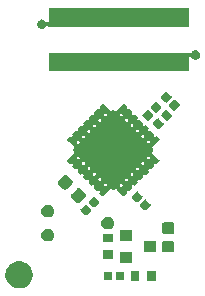
<source format=gbr>
G04 #@! TF.GenerationSoftware,KiCad,Pcbnew,(5.1.2)-2*
G04 #@! TF.CreationDate,2020-01-13T17:58:29+01:00*
G04 #@! TF.ProjectId,ACM-pcb,41434d2d-7063-4622-9e6b-696361645f70,rev?*
G04 #@! TF.SameCoordinates,Original*
G04 #@! TF.FileFunction,Soldermask,Bot*
G04 #@! TF.FilePolarity,Negative*
%FSLAX46Y46*%
G04 Gerber Fmt 4.6, Leading zero omitted, Abs format (unit mm)*
G04 Created by KiCad (PCBNEW (5.1.2)-2) date 2020-01-13 17:58:29*
%MOMM*%
%LPD*%
G04 APERTURE LIST*
%ADD10C,0.100000*%
G04 APERTURE END LIST*
D10*
G36*
X66224549Y-87871116D02*
G01*
X66335734Y-87893232D01*
X66545203Y-87979997D01*
X66733720Y-88105960D01*
X66894040Y-88266280D01*
X67020003Y-88454797D01*
X67106768Y-88664266D01*
X67121429Y-88737971D01*
X67142846Y-88845640D01*
X67151000Y-88886636D01*
X67151000Y-89113364D01*
X67106768Y-89335734D01*
X67020003Y-89545203D01*
X66894040Y-89733720D01*
X66733720Y-89894040D01*
X66545203Y-90020003D01*
X66335734Y-90106768D01*
X66224549Y-90128884D01*
X66113365Y-90151000D01*
X65886635Y-90151000D01*
X65775451Y-90128884D01*
X65664266Y-90106768D01*
X65454797Y-90020003D01*
X65266280Y-89894040D01*
X65105960Y-89733720D01*
X64979997Y-89545203D01*
X64893232Y-89335734D01*
X64849000Y-89113364D01*
X64849000Y-88886636D01*
X64857155Y-88845640D01*
X64878571Y-88737971D01*
X64893232Y-88664266D01*
X64979997Y-88454797D01*
X65105960Y-88266280D01*
X65266280Y-88105960D01*
X65454797Y-87979997D01*
X65664266Y-87893232D01*
X65775451Y-87871116D01*
X65886635Y-87849000D01*
X66113365Y-87849000D01*
X66224549Y-87871116D01*
X66224549Y-87871116D01*
G37*
G36*
X77551000Y-89501000D02*
G01*
X76849000Y-89501000D01*
X76849000Y-88699000D01*
X77551000Y-88699000D01*
X77551000Y-89501000D01*
X77551000Y-89501000D01*
G37*
G36*
X76151000Y-89501000D02*
G01*
X75449000Y-89501000D01*
X75449000Y-88699000D01*
X76151000Y-88699000D01*
X76151000Y-89501000D01*
X76151000Y-89501000D01*
G37*
G36*
X73819938Y-88731716D02*
G01*
X73840557Y-88737971D01*
X73859553Y-88748124D01*
X73876208Y-88761792D01*
X73889876Y-88778447D01*
X73900029Y-88797443D01*
X73906284Y-88818062D01*
X73909000Y-88845640D01*
X73909000Y-89354360D01*
X73906284Y-89381938D01*
X73900029Y-89402557D01*
X73889876Y-89421553D01*
X73876208Y-89438208D01*
X73859553Y-89451876D01*
X73840557Y-89462029D01*
X73819938Y-89468284D01*
X73792360Y-89471000D01*
X73333640Y-89471000D01*
X73306062Y-89468284D01*
X73285443Y-89462029D01*
X73266447Y-89451876D01*
X73249792Y-89438208D01*
X73236124Y-89421553D01*
X73225971Y-89402557D01*
X73219716Y-89381938D01*
X73217000Y-89354360D01*
X73217000Y-88845640D01*
X73219716Y-88818062D01*
X73225971Y-88797443D01*
X73236124Y-88778447D01*
X73249792Y-88761792D01*
X73266447Y-88748124D01*
X73285443Y-88737971D01*
X73306062Y-88731716D01*
X73333640Y-88729000D01*
X73792360Y-88729000D01*
X73819938Y-88731716D01*
X73819938Y-88731716D01*
G37*
G36*
X74789938Y-88731716D02*
G01*
X74810557Y-88737971D01*
X74829553Y-88748124D01*
X74846208Y-88761792D01*
X74859876Y-88778447D01*
X74870029Y-88797443D01*
X74876284Y-88818062D01*
X74879000Y-88845640D01*
X74879000Y-89354360D01*
X74876284Y-89381938D01*
X74870029Y-89402557D01*
X74859876Y-89421553D01*
X74846208Y-89438208D01*
X74829553Y-89451876D01*
X74810557Y-89462029D01*
X74789938Y-89468284D01*
X74762360Y-89471000D01*
X74303640Y-89471000D01*
X74276062Y-89468284D01*
X74255443Y-89462029D01*
X74236447Y-89451876D01*
X74219792Y-89438208D01*
X74206124Y-89421553D01*
X74195971Y-89402557D01*
X74189716Y-89381938D01*
X74187000Y-89354360D01*
X74187000Y-88845640D01*
X74189716Y-88818062D01*
X74195971Y-88797443D01*
X74206124Y-88778447D01*
X74219792Y-88761792D01*
X74236447Y-88748124D01*
X74255443Y-88737971D01*
X74276062Y-88731716D01*
X74303640Y-88729000D01*
X74762360Y-88729000D01*
X74789938Y-88731716D01*
X74789938Y-88731716D01*
G37*
G36*
X75581000Y-88001000D02*
G01*
X74579000Y-88001000D01*
X74579000Y-87099000D01*
X75581000Y-87099000D01*
X75581000Y-88001000D01*
X75581000Y-88001000D01*
G37*
G36*
X73941000Y-87625000D02*
G01*
X73139000Y-87625000D01*
X73139000Y-86923000D01*
X73941000Y-86923000D01*
X73941000Y-87625000D01*
X73941000Y-87625000D01*
G37*
G36*
X78999591Y-86140585D02*
G01*
X79033569Y-86150893D01*
X79064890Y-86167634D01*
X79092339Y-86190161D01*
X79114866Y-86217610D01*
X79131607Y-86248931D01*
X79141915Y-86282909D01*
X79146000Y-86324390D01*
X79146000Y-86925610D01*
X79141915Y-86967091D01*
X79131607Y-87001069D01*
X79114866Y-87032390D01*
X79092339Y-87059839D01*
X79064890Y-87082366D01*
X79033569Y-87099107D01*
X78999591Y-87109415D01*
X78958110Y-87113500D01*
X78281890Y-87113500D01*
X78240409Y-87109415D01*
X78206431Y-87099107D01*
X78175110Y-87082366D01*
X78147661Y-87059839D01*
X78125134Y-87032390D01*
X78108393Y-87001069D01*
X78098085Y-86967091D01*
X78094000Y-86925610D01*
X78094000Y-86324390D01*
X78098085Y-86282909D01*
X78108393Y-86248931D01*
X78125134Y-86217610D01*
X78147661Y-86190161D01*
X78175110Y-86167634D01*
X78206431Y-86150893D01*
X78240409Y-86140585D01*
X78281890Y-86136500D01*
X78958110Y-86136500D01*
X78999591Y-86140585D01*
X78999591Y-86140585D01*
G37*
G36*
X77581000Y-87051000D02*
G01*
X76579000Y-87051000D01*
X76579000Y-86149000D01*
X77581000Y-86149000D01*
X77581000Y-87051000D01*
X77581000Y-87051000D01*
G37*
G36*
X73941000Y-86225000D02*
G01*
X73139000Y-86225000D01*
X73139000Y-85523000D01*
X73941000Y-85523000D01*
X73941000Y-86225000D01*
X73941000Y-86225000D01*
G37*
G36*
X68526578Y-85100197D02*
G01*
X68579350Y-85110694D01*
X68678770Y-85151875D01*
X68768246Y-85211661D01*
X68844339Y-85287754D01*
X68904125Y-85377230D01*
X68945306Y-85476650D01*
X68966300Y-85582194D01*
X68966300Y-85689806D01*
X68945306Y-85795350D01*
X68904125Y-85894770D01*
X68844339Y-85984246D01*
X68768246Y-86060339D01*
X68678770Y-86120125D01*
X68579350Y-86161306D01*
X68547537Y-86167634D01*
X68473807Y-86182300D01*
X68366193Y-86182300D01*
X68292463Y-86167634D01*
X68260650Y-86161306D01*
X68161230Y-86120125D01*
X68071754Y-86060339D01*
X67995661Y-85984246D01*
X67935875Y-85894770D01*
X67894694Y-85795350D01*
X67873700Y-85689806D01*
X67873700Y-85582194D01*
X67894694Y-85476650D01*
X67935875Y-85377230D01*
X67995661Y-85287754D01*
X68071754Y-85211661D01*
X68161230Y-85151875D01*
X68260650Y-85110694D01*
X68313422Y-85100197D01*
X68366193Y-85089700D01*
X68473807Y-85089700D01*
X68526578Y-85100197D01*
X68526578Y-85100197D01*
G37*
G36*
X75581000Y-86101000D02*
G01*
X74579000Y-86101000D01*
X74579000Y-85199000D01*
X75581000Y-85199000D01*
X75581000Y-86101000D01*
X75581000Y-86101000D01*
G37*
G36*
X78999591Y-84565585D02*
G01*
X79033569Y-84575893D01*
X79064890Y-84592634D01*
X79092339Y-84615161D01*
X79114866Y-84642610D01*
X79131607Y-84673931D01*
X79141915Y-84707909D01*
X79146000Y-84749390D01*
X79146000Y-85350610D01*
X79141915Y-85392091D01*
X79131607Y-85426069D01*
X79114866Y-85457390D01*
X79092339Y-85484839D01*
X79064890Y-85507366D01*
X79033569Y-85524107D01*
X78999591Y-85534415D01*
X78958110Y-85538500D01*
X78281890Y-85538500D01*
X78240409Y-85534415D01*
X78206431Y-85524107D01*
X78175110Y-85507366D01*
X78147661Y-85484839D01*
X78125134Y-85457390D01*
X78108393Y-85426069D01*
X78098085Y-85392091D01*
X78094000Y-85350610D01*
X78094000Y-84749390D01*
X78098085Y-84707909D01*
X78108393Y-84673931D01*
X78125134Y-84642610D01*
X78147661Y-84615161D01*
X78175110Y-84592634D01*
X78206431Y-84575893D01*
X78240409Y-84565585D01*
X78281890Y-84561500D01*
X78958110Y-84561500D01*
X78999591Y-84565585D01*
X78999591Y-84565585D01*
G37*
G36*
X73606578Y-84084197D02*
G01*
X73659350Y-84094694D01*
X73758770Y-84135875D01*
X73848246Y-84195661D01*
X73924339Y-84271754D01*
X73984125Y-84361230D01*
X74025306Y-84460650D01*
X74025306Y-84460651D01*
X74046300Y-84566193D01*
X74046300Y-84673807D01*
X74038647Y-84712280D01*
X74025306Y-84779350D01*
X73984125Y-84878770D01*
X73924339Y-84968246D01*
X73848246Y-85044339D01*
X73758770Y-85104125D01*
X73659350Y-85145306D01*
X73626325Y-85151875D01*
X73553807Y-85166300D01*
X73446193Y-85166300D01*
X73373675Y-85151875D01*
X73340650Y-85145306D01*
X73241230Y-85104125D01*
X73151754Y-85044339D01*
X73075661Y-84968246D01*
X73015875Y-84878770D01*
X72974694Y-84779350D01*
X72961353Y-84712280D01*
X72953700Y-84673807D01*
X72953700Y-84566193D01*
X72974694Y-84460651D01*
X72974694Y-84460650D01*
X73015875Y-84361230D01*
X73075661Y-84271754D01*
X73151754Y-84195661D01*
X73241230Y-84135875D01*
X73340650Y-84094694D01*
X73393422Y-84084197D01*
X73446193Y-84073700D01*
X73553807Y-84073700D01*
X73606578Y-84084197D01*
X73606578Y-84084197D01*
G37*
G36*
X68526578Y-83068197D02*
G01*
X68579350Y-83078694D01*
X68678770Y-83119875D01*
X68768246Y-83179661D01*
X68844339Y-83255754D01*
X68904125Y-83345230D01*
X68932111Y-83412795D01*
X68945306Y-83444651D01*
X68963741Y-83537326D01*
X68966300Y-83550194D01*
X68966300Y-83657806D01*
X68945306Y-83763350D01*
X68904125Y-83862770D01*
X68844339Y-83952246D01*
X68768246Y-84028339D01*
X68678770Y-84088125D01*
X68579350Y-84129306D01*
X68546325Y-84135875D01*
X68473807Y-84150300D01*
X68366193Y-84150300D01*
X68293675Y-84135875D01*
X68260650Y-84129306D01*
X68161230Y-84088125D01*
X68071754Y-84028339D01*
X67995661Y-83952246D01*
X67935875Y-83862770D01*
X67894694Y-83763350D01*
X67873700Y-83657806D01*
X67873700Y-83550194D01*
X67876260Y-83537326D01*
X67894694Y-83444651D01*
X67907889Y-83412795D01*
X67935875Y-83345230D01*
X67995661Y-83255754D01*
X68071754Y-83179661D01*
X68161230Y-83119875D01*
X68260650Y-83078694D01*
X68313422Y-83068197D01*
X68366193Y-83057700D01*
X68473807Y-83057700D01*
X68526578Y-83068197D01*
X68526578Y-83068197D01*
G37*
G36*
X71660813Y-83054438D02*
G01*
X71681432Y-83060693D01*
X71700428Y-83070846D01*
X71721849Y-83088426D01*
X72081574Y-83448151D01*
X72099154Y-83469572D01*
X72109307Y-83488568D01*
X72115562Y-83509187D01*
X72117673Y-83530625D01*
X72115562Y-83552063D01*
X72109307Y-83572682D01*
X72099154Y-83591678D01*
X72081574Y-83613099D01*
X71757205Y-83937468D01*
X71735784Y-83955048D01*
X71716788Y-83965201D01*
X71696169Y-83971456D01*
X71674731Y-83973567D01*
X71653293Y-83971456D01*
X71632674Y-83965201D01*
X71613678Y-83955048D01*
X71592257Y-83937468D01*
X71232532Y-83577743D01*
X71214952Y-83556322D01*
X71204799Y-83537326D01*
X71198544Y-83516707D01*
X71196433Y-83495269D01*
X71198544Y-83473831D01*
X71204799Y-83453212D01*
X71214952Y-83434216D01*
X71232532Y-83412795D01*
X71556901Y-83088426D01*
X71578322Y-83070846D01*
X71597318Y-83060693D01*
X71617937Y-83054438D01*
X71639375Y-83052327D01*
X71660813Y-83054438D01*
X71660813Y-83054438D01*
G37*
G36*
X76725010Y-82627385D02*
G01*
X76745629Y-82633640D01*
X76764625Y-82643793D01*
X76786046Y-82661373D01*
X77110415Y-82985742D01*
X77127995Y-83007163D01*
X77138148Y-83026159D01*
X77144403Y-83046778D01*
X77146514Y-83068216D01*
X77144403Y-83089654D01*
X77138148Y-83110273D01*
X77127995Y-83129269D01*
X77110415Y-83150690D01*
X76750690Y-83510415D01*
X76729269Y-83527995D01*
X76710273Y-83538148D01*
X76689654Y-83544403D01*
X76668216Y-83546514D01*
X76646778Y-83544403D01*
X76626159Y-83538148D01*
X76607163Y-83527995D01*
X76585742Y-83510415D01*
X76261373Y-83186046D01*
X76243793Y-83164625D01*
X76233640Y-83145629D01*
X76227385Y-83125010D01*
X76225274Y-83103572D01*
X76227385Y-83082134D01*
X76233640Y-83061515D01*
X76243793Y-83042519D01*
X76261373Y-83021098D01*
X76621098Y-82661373D01*
X76642519Y-82643793D01*
X76661515Y-82633640D01*
X76682134Y-82627385D01*
X76703572Y-82625274D01*
X76725010Y-82627385D01*
X76725010Y-82627385D01*
G37*
G36*
X72346707Y-82368544D02*
G01*
X72367326Y-82374799D01*
X72386322Y-82384952D01*
X72407743Y-82402532D01*
X72767468Y-82762257D01*
X72785048Y-82783678D01*
X72795201Y-82802674D01*
X72801456Y-82823293D01*
X72803567Y-82844731D01*
X72801456Y-82866169D01*
X72795201Y-82886788D01*
X72785048Y-82905784D01*
X72767468Y-82927205D01*
X72443099Y-83251574D01*
X72421678Y-83269154D01*
X72402682Y-83279307D01*
X72382063Y-83285562D01*
X72360625Y-83287673D01*
X72339187Y-83285562D01*
X72318568Y-83279307D01*
X72299572Y-83269154D01*
X72278151Y-83251574D01*
X71918426Y-82891849D01*
X71900846Y-82870428D01*
X71890693Y-82851432D01*
X71884438Y-82830813D01*
X71882327Y-82809375D01*
X71884438Y-82787937D01*
X71890693Y-82767318D01*
X71900846Y-82748322D01*
X71918426Y-82726901D01*
X72242795Y-82402532D01*
X72264216Y-82384952D01*
X72283212Y-82374799D01*
X72303831Y-82368544D01*
X72325269Y-82366433D01*
X72346707Y-82368544D01*
X72346707Y-82368544D01*
G37*
G36*
X71078705Y-81638855D02*
G01*
X71112683Y-81649163D01*
X71144004Y-81665904D01*
X71176218Y-81692342D01*
X71216069Y-81732193D01*
X71216075Y-81732198D01*
X71561496Y-82077619D01*
X71561501Y-82077625D01*
X71601352Y-82117476D01*
X71627790Y-82149690D01*
X71644531Y-82181011D01*
X71654839Y-82214989D01*
X71658319Y-82250330D01*
X71654839Y-82285671D01*
X71644531Y-82319649D01*
X71627790Y-82350970D01*
X71601352Y-82383184D01*
X71561501Y-82423035D01*
X71561496Y-82423041D01*
X71163041Y-82821496D01*
X71163035Y-82821501D01*
X71123184Y-82861352D01*
X71090970Y-82887790D01*
X71059649Y-82904531D01*
X71025671Y-82914839D01*
X70990330Y-82918319D01*
X70954989Y-82914839D01*
X70921011Y-82904531D01*
X70889690Y-82887790D01*
X70857476Y-82861352D01*
X70817625Y-82821501D01*
X70817619Y-82821496D01*
X70472198Y-82476075D01*
X70472193Y-82476069D01*
X70432342Y-82436218D01*
X70405904Y-82404004D01*
X70389163Y-82372683D01*
X70378855Y-82338705D01*
X70375375Y-82303364D01*
X70378855Y-82268023D01*
X70389163Y-82234045D01*
X70405904Y-82202724D01*
X70432342Y-82170510D01*
X70472193Y-82130659D01*
X70472198Y-82130653D01*
X70870653Y-81732198D01*
X70870659Y-81732193D01*
X70910510Y-81692342D01*
X70942724Y-81665904D01*
X70974045Y-81649163D01*
X71008023Y-81638855D01*
X71043364Y-81635375D01*
X71078705Y-81638855D01*
X71078705Y-81638855D01*
G37*
G36*
X76039116Y-81941491D02*
G01*
X76059735Y-81947746D01*
X76078731Y-81957899D01*
X76100152Y-81975479D01*
X76424521Y-82299848D01*
X76442101Y-82321269D01*
X76452254Y-82340265D01*
X76458509Y-82360884D01*
X76460620Y-82382322D01*
X76458509Y-82403760D01*
X76452254Y-82424379D01*
X76442101Y-82443375D01*
X76424521Y-82464796D01*
X76064796Y-82824521D01*
X76043375Y-82842101D01*
X76024379Y-82852254D01*
X76003760Y-82858509D01*
X75982322Y-82860620D01*
X75960884Y-82858509D01*
X75940265Y-82852254D01*
X75921269Y-82842101D01*
X75899848Y-82824521D01*
X75575479Y-82500152D01*
X75557899Y-82478731D01*
X75547746Y-82459735D01*
X75541491Y-82439116D01*
X75539380Y-82417678D01*
X75541491Y-82396240D01*
X75547746Y-82375621D01*
X75557899Y-82356625D01*
X75575479Y-82335204D01*
X75935204Y-81975479D01*
X75956625Y-81957899D01*
X75975621Y-81947746D01*
X75996240Y-81941491D01*
X76017678Y-81939380D01*
X76039116Y-81941491D01*
X76039116Y-81941491D01*
G37*
G36*
X74876856Y-74513528D02*
G01*
X74883871Y-74515656D01*
X74890337Y-74519113D01*
X74900771Y-74527675D01*
X75122608Y-74749512D01*
X75131170Y-74759946D01*
X75134627Y-74766412D01*
X75136755Y-74773427D01*
X75137473Y-74780722D01*
X75136755Y-74788017D01*
X75134627Y-74795032D01*
X75131170Y-74801499D01*
X75125175Y-74808804D01*
X75111562Y-74829179D01*
X75102185Y-74851818D01*
X75097405Y-74875851D01*
X75097405Y-74900355D01*
X75102186Y-74924388D01*
X75111564Y-74947027D01*
X75125178Y-74967401D01*
X75142505Y-74984728D01*
X75162880Y-74998341D01*
X75185519Y-75007718D01*
X75209552Y-75012498D01*
X75234056Y-75012498D01*
X75258089Y-75007717D01*
X75280728Y-74998339D01*
X75301099Y-74984728D01*
X75308404Y-74978733D01*
X75314871Y-74975276D01*
X75321886Y-74973148D01*
X75329181Y-74972430D01*
X75336476Y-74973148D01*
X75343491Y-74975276D01*
X75349957Y-74978733D01*
X75360391Y-74987295D01*
X75582228Y-75209132D01*
X75590790Y-75219566D01*
X75594247Y-75226032D01*
X75596375Y-75233047D01*
X75597093Y-75240342D01*
X75596375Y-75247637D01*
X75594247Y-75254652D01*
X75590790Y-75261118D01*
X75584799Y-75268419D01*
X75571186Y-75288793D01*
X75561809Y-75311432D01*
X75557029Y-75335466D01*
X75557029Y-75359970D01*
X75561810Y-75384003D01*
X75571187Y-75406642D01*
X75584801Y-75427016D01*
X75602129Y-75444343D01*
X75622503Y-75457956D01*
X75645142Y-75467333D01*
X75669176Y-75472113D01*
X75693680Y-75472113D01*
X75717713Y-75467332D01*
X75740352Y-75457955D01*
X75760723Y-75444343D01*
X75768024Y-75438352D01*
X75774490Y-75434895D01*
X75781505Y-75432767D01*
X75788800Y-75432049D01*
X75796095Y-75432767D01*
X75803110Y-75434895D01*
X75809576Y-75438352D01*
X75820010Y-75446914D01*
X76041847Y-75668751D01*
X76050409Y-75679185D01*
X76053866Y-75685651D01*
X76055994Y-75692666D01*
X76056712Y-75699961D01*
X76055994Y-75707256D01*
X76053866Y-75714271D01*
X76050411Y-75720734D01*
X76044417Y-75728038D01*
X76030804Y-75748413D01*
X76021426Y-75771052D01*
X76016646Y-75795085D01*
X76016646Y-75819589D01*
X76021426Y-75843622D01*
X76030804Y-75866261D01*
X76044417Y-75886636D01*
X76061744Y-75903963D01*
X76082119Y-75917576D01*
X76104758Y-75926954D01*
X76128791Y-75931734D01*
X76153295Y-75931734D01*
X76177328Y-75926954D01*
X76199967Y-75917576D01*
X76220339Y-75903965D01*
X76227643Y-75897971D01*
X76234110Y-75894514D01*
X76241125Y-75892386D01*
X76248420Y-75891668D01*
X76255715Y-75892386D01*
X76262730Y-75894514D01*
X76269196Y-75897971D01*
X76279630Y-75906533D01*
X76501467Y-76128370D01*
X76510029Y-76138804D01*
X76513486Y-76145270D01*
X76515614Y-76152285D01*
X76516332Y-76159580D01*
X76515614Y-76166875D01*
X76513486Y-76173890D01*
X76510029Y-76180357D01*
X76504035Y-76187661D01*
X76490422Y-76208036D01*
X76481045Y-76230675D01*
X76476266Y-76254709D01*
X76476266Y-76279213D01*
X76481047Y-76303246D01*
X76490425Y-76325884D01*
X76504040Y-76346258D01*
X76521367Y-76363585D01*
X76541742Y-76377198D01*
X76564381Y-76386575D01*
X76588415Y-76391354D01*
X76612919Y-76391354D01*
X76636952Y-76386573D01*
X76659590Y-76377195D01*
X76679962Y-76363583D01*
X76687266Y-76357589D01*
X76693729Y-76354134D01*
X76700744Y-76352006D01*
X76708039Y-76351288D01*
X76715334Y-76352006D01*
X76722349Y-76354134D01*
X76728815Y-76357591D01*
X76739249Y-76366153D01*
X76961086Y-76587990D01*
X76969648Y-76598424D01*
X76973105Y-76604890D01*
X76975233Y-76611905D01*
X76975951Y-76619200D01*
X76975233Y-76626495D01*
X76973105Y-76633510D01*
X76969648Y-76639976D01*
X76963657Y-76647277D01*
X76950044Y-76667651D01*
X76940667Y-76690290D01*
X76935887Y-76714324D01*
X76935887Y-76738828D01*
X76940668Y-76762861D01*
X76950045Y-76785500D01*
X76963659Y-76805874D01*
X76980987Y-76823201D01*
X77001361Y-76836814D01*
X77024000Y-76846191D01*
X77048034Y-76850971D01*
X77072538Y-76850971D01*
X77096571Y-76846190D01*
X77119210Y-76836813D01*
X77139581Y-76823201D01*
X77146882Y-76817210D01*
X77153348Y-76813753D01*
X77160363Y-76811625D01*
X77167658Y-76810907D01*
X77174953Y-76811625D01*
X77181968Y-76813753D01*
X77188434Y-76817210D01*
X77198868Y-76825772D01*
X77420705Y-77047609D01*
X77429267Y-77058043D01*
X77432724Y-77064509D01*
X77434852Y-77071524D01*
X77435570Y-77078819D01*
X77434852Y-77086114D01*
X77432724Y-77093129D01*
X77429267Y-77099596D01*
X77423272Y-77106901D01*
X77409659Y-77127276D01*
X77400282Y-77149915D01*
X77395502Y-77173948D01*
X77395502Y-77198452D01*
X77400283Y-77222485D01*
X77409661Y-77245124D01*
X77423275Y-77265498D01*
X77440602Y-77282825D01*
X77460977Y-77296438D01*
X77483616Y-77305815D01*
X77507649Y-77310595D01*
X77532153Y-77310595D01*
X77556186Y-77305814D01*
X77578825Y-77296436D01*
X77599196Y-77282825D01*
X77606501Y-77276830D01*
X77612968Y-77273373D01*
X77619983Y-77271245D01*
X77627278Y-77270527D01*
X77634573Y-77271245D01*
X77641588Y-77273373D01*
X77648054Y-77276830D01*
X77658488Y-77285392D01*
X77880325Y-77507229D01*
X77888887Y-77517663D01*
X77892344Y-77524129D01*
X77894472Y-77531144D01*
X77895190Y-77538439D01*
X77894472Y-77545734D01*
X77892344Y-77552749D01*
X77888887Y-77559215D01*
X77880325Y-77569649D01*
X77322611Y-78127363D01*
X77318821Y-78130473D01*
X77301493Y-78147799D01*
X77287879Y-78168172D01*
X77278500Y-78190811D01*
X77273719Y-78214844D01*
X77273717Y-78239348D01*
X77278497Y-78263381D01*
X77287873Y-78286021D01*
X77301486Y-78306396D01*
X77309727Y-78315490D01*
X77328547Y-78334310D01*
X77350208Y-78360704D01*
X77363398Y-78385381D01*
X77371520Y-78412155D01*
X77374262Y-78440000D01*
X77371520Y-78467845D01*
X77363398Y-78494619D01*
X77350208Y-78519296D01*
X77328547Y-78545690D01*
X77309727Y-78564510D01*
X77294182Y-78583452D01*
X77282631Y-78605063D01*
X77275518Y-78628512D01*
X77273116Y-78652898D01*
X77275518Y-78677284D01*
X77282631Y-78700733D01*
X77294182Y-78722344D01*
X77309727Y-78741286D01*
X77318821Y-78749527D01*
X77322611Y-78752637D01*
X77880325Y-79310351D01*
X77888887Y-79320785D01*
X77892344Y-79327251D01*
X77894472Y-79334266D01*
X77895190Y-79341561D01*
X77894472Y-79348856D01*
X77892344Y-79355871D01*
X77888887Y-79362337D01*
X77880325Y-79372771D01*
X77658488Y-79594608D01*
X77648054Y-79603170D01*
X77641588Y-79606627D01*
X77634573Y-79608755D01*
X77627278Y-79609473D01*
X77619983Y-79608755D01*
X77612968Y-79606627D01*
X77606501Y-79603170D01*
X77599196Y-79597175D01*
X77578821Y-79583562D01*
X77556182Y-79574185D01*
X77532149Y-79569405D01*
X77507645Y-79569405D01*
X77483612Y-79574186D01*
X77460973Y-79583564D01*
X77440599Y-79597178D01*
X77423272Y-79614505D01*
X77409659Y-79634880D01*
X77400282Y-79657519D01*
X77395502Y-79681552D01*
X77395502Y-79706056D01*
X77400283Y-79730089D01*
X77409661Y-79752728D01*
X77423272Y-79773099D01*
X77429267Y-79780404D01*
X77432724Y-79786871D01*
X77434852Y-79793886D01*
X77435570Y-79801181D01*
X77434852Y-79808476D01*
X77432724Y-79815491D01*
X77429267Y-79821957D01*
X77420705Y-79832391D01*
X77198868Y-80054228D01*
X77188434Y-80062790D01*
X77181968Y-80066247D01*
X77174953Y-80068375D01*
X77167658Y-80069093D01*
X77160363Y-80068375D01*
X77153348Y-80066247D01*
X77146882Y-80062790D01*
X77139581Y-80056799D01*
X77119207Y-80043186D01*
X77096568Y-80033809D01*
X77072534Y-80029029D01*
X77048030Y-80029029D01*
X77023997Y-80033810D01*
X77001358Y-80043187D01*
X76980984Y-80056801D01*
X76963657Y-80074129D01*
X76950044Y-80094503D01*
X76940667Y-80117142D01*
X76935887Y-80141176D01*
X76935887Y-80165680D01*
X76940668Y-80189713D01*
X76950045Y-80212352D01*
X76963657Y-80232723D01*
X76969648Y-80240024D01*
X76973105Y-80246490D01*
X76975233Y-80253505D01*
X76975951Y-80260800D01*
X76975233Y-80268095D01*
X76973105Y-80275110D01*
X76969648Y-80281576D01*
X76961086Y-80292010D01*
X76739249Y-80513847D01*
X76728815Y-80522409D01*
X76722349Y-80525866D01*
X76715334Y-80527994D01*
X76708039Y-80528712D01*
X76700744Y-80527994D01*
X76693729Y-80525866D01*
X76687266Y-80522411D01*
X76679962Y-80516417D01*
X76659587Y-80502804D01*
X76636948Y-80493426D01*
X76612915Y-80488646D01*
X76588411Y-80488646D01*
X76564378Y-80493426D01*
X76541739Y-80502804D01*
X76521364Y-80516417D01*
X76504037Y-80533744D01*
X76490424Y-80554119D01*
X76481046Y-80576758D01*
X76476266Y-80600791D01*
X76476266Y-80625295D01*
X76481046Y-80649328D01*
X76490424Y-80671967D01*
X76504035Y-80692339D01*
X76510029Y-80699643D01*
X76513486Y-80706110D01*
X76515614Y-80713125D01*
X76516332Y-80720420D01*
X76515614Y-80727715D01*
X76513486Y-80734730D01*
X76510029Y-80741196D01*
X76501467Y-80751630D01*
X76279630Y-80973467D01*
X76269196Y-80982029D01*
X76262730Y-80985486D01*
X76255715Y-80987614D01*
X76248420Y-80988332D01*
X76241125Y-80987614D01*
X76234110Y-80985486D01*
X76227643Y-80982029D01*
X76220339Y-80976035D01*
X76199964Y-80962422D01*
X76177325Y-80953045D01*
X76153291Y-80948266D01*
X76128787Y-80948266D01*
X76104754Y-80953047D01*
X76082116Y-80962425D01*
X76061742Y-80976040D01*
X76044415Y-80993367D01*
X76030802Y-81013742D01*
X76021425Y-81036381D01*
X76016646Y-81060415D01*
X76016646Y-81084919D01*
X76021427Y-81108952D01*
X76030805Y-81131590D01*
X76044417Y-81151962D01*
X76050411Y-81159266D01*
X76053866Y-81165729D01*
X76055994Y-81172744D01*
X76056712Y-81180039D01*
X76055994Y-81187334D01*
X76053866Y-81194349D01*
X76050409Y-81200815D01*
X76041847Y-81211249D01*
X75820010Y-81433086D01*
X75809576Y-81441648D01*
X75803110Y-81445105D01*
X75796095Y-81447233D01*
X75788800Y-81447951D01*
X75781505Y-81447233D01*
X75774490Y-81445105D01*
X75768024Y-81441648D01*
X75760723Y-81435657D01*
X75740349Y-81422044D01*
X75717710Y-81412667D01*
X75693676Y-81407887D01*
X75669172Y-81407887D01*
X75645139Y-81412668D01*
X75622500Y-81422045D01*
X75602126Y-81435659D01*
X75584799Y-81452987D01*
X75571186Y-81473361D01*
X75561809Y-81496000D01*
X75557029Y-81520034D01*
X75557029Y-81544538D01*
X75561810Y-81568571D01*
X75571187Y-81591210D01*
X75584799Y-81611581D01*
X75590790Y-81618882D01*
X75594247Y-81625348D01*
X75596375Y-81632363D01*
X75597093Y-81639658D01*
X75596375Y-81646953D01*
X75594247Y-81653968D01*
X75590790Y-81660434D01*
X75582228Y-81670868D01*
X75360391Y-81892705D01*
X75349957Y-81901267D01*
X75343491Y-81904724D01*
X75336476Y-81906852D01*
X75329181Y-81907570D01*
X75321886Y-81906852D01*
X75314871Y-81904724D01*
X75308404Y-81901267D01*
X75301099Y-81895272D01*
X75280724Y-81881659D01*
X75258085Y-81872282D01*
X75234052Y-81867502D01*
X75209548Y-81867502D01*
X75185515Y-81872283D01*
X75162876Y-81881661D01*
X75142502Y-81895275D01*
X75125175Y-81912602D01*
X75111562Y-81932977D01*
X75102185Y-81955616D01*
X75097405Y-81979649D01*
X75097405Y-82004153D01*
X75102186Y-82028186D01*
X75111564Y-82050825D01*
X75125175Y-82071196D01*
X75131170Y-82078501D01*
X75134627Y-82084968D01*
X75136755Y-82091983D01*
X75137473Y-82099278D01*
X75136755Y-82106573D01*
X75134627Y-82113588D01*
X75131170Y-82120054D01*
X75122608Y-82130488D01*
X74900771Y-82352325D01*
X74890337Y-82360887D01*
X74883871Y-82364344D01*
X74876856Y-82366472D01*
X74869561Y-82367190D01*
X74862266Y-82366472D01*
X74855251Y-82364344D01*
X74848785Y-82360887D01*
X74838351Y-82352325D01*
X74280637Y-81794611D01*
X74277527Y-81790821D01*
X74260201Y-81773493D01*
X74239828Y-81759879D01*
X74217189Y-81750500D01*
X74193156Y-81745719D01*
X74168652Y-81745717D01*
X74144619Y-81750497D01*
X74121979Y-81759873D01*
X74101604Y-81773486D01*
X74092510Y-81781727D01*
X74073690Y-81800547D01*
X74047296Y-81822208D01*
X74022619Y-81835398D01*
X73995845Y-81843520D01*
X73968000Y-81846262D01*
X73940155Y-81843520D01*
X73913381Y-81835398D01*
X73888704Y-81822208D01*
X73862310Y-81800547D01*
X73843490Y-81781727D01*
X73824548Y-81766182D01*
X73802937Y-81754631D01*
X73779488Y-81747518D01*
X73755102Y-81745116D01*
X73730716Y-81747518D01*
X73707267Y-81754631D01*
X73685656Y-81766182D01*
X73666714Y-81781727D01*
X73658473Y-81790821D01*
X73655363Y-81794611D01*
X73097649Y-82352325D01*
X73087215Y-82360887D01*
X73080749Y-82364344D01*
X73073734Y-82366472D01*
X73066439Y-82367190D01*
X73059144Y-82366472D01*
X73052129Y-82364344D01*
X73045663Y-82360887D01*
X73035229Y-82352325D01*
X72813392Y-82130488D01*
X72804830Y-82120054D01*
X72801373Y-82113588D01*
X72799245Y-82106573D01*
X72798527Y-82099278D01*
X72799245Y-82091983D01*
X72801373Y-82084968D01*
X72804830Y-82078501D01*
X72810825Y-82071196D01*
X72824438Y-82050821D01*
X72833815Y-82028182D01*
X72838595Y-82004149D01*
X72838595Y-81979645D01*
X72833814Y-81955612D01*
X72824436Y-81932973D01*
X72810822Y-81912599D01*
X72793495Y-81895272D01*
X72773120Y-81881659D01*
X72750481Y-81872282D01*
X72726448Y-81867502D01*
X72701944Y-81867502D01*
X72677911Y-81872283D01*
X72655272Y-81881661D01*
X72634901Y-81895272D01*
X72627596Y-81901267D01*
X72621129Y-81904724D01*
X72614114Y-81906852D01*
X72606819Y-81907570D01*
X72599524Y-81906852D01*
X72592509Y-81904724D01*
X72586043Y-81901267D01*
X72575609Y-81892705D01*
X72353772Y-81670868D01*
X72345210Y-81660434D01*
X72341753Y-81653968D01*
X72339625Y-81646953D01*
X72338907Y-81639658D01*
X72339625Y-81632363D01*
X72341753Y-81625348D01*
X72345210Y-81618882D01*
X72351201Y-81611581D01*
X72364814Y-81591207D01*
X72374191Y-81568568D01*
X72378971Y-81544534D01*
X72378971Y-81520030D01*
X72374190Y-81495997D01*
X72364813Y-81473358D01*
X72351199Y-81452984D01*
X72333871Y-81435657D01*
X72313497Y-81422044D01*
X72290858Y-81412667D01*
X72266824Y-81407887D01*
X72242320Y-81407887D01*
X72218287Y-81412668D01*
X72195648Y-81422045D01*
X72175277Y-81435657D01*
X72167976Y-81441648D01*
X72161510Y-81445105D01*
X72154495Y-81447233D01*
X72147200Y-81447951D01*
X72139905Y-81447233D01*
X72132890Y-81445105D01*
X72126424Y-81441648D01*
X72115990Y-81433086D01*
X72081877Y-81398973D01*
X73170533Y-81398973D01*
X73170545Y-81423477D01*
X73175338Y-81447508D01*
X73184727Y-81470142D01*
X73198351Y-81490509D01*
X73215687Y-81507827D01*
X73236068Y-81521431D01*
X73258712Y-81530796D01*
X73282748Y-81535564D01*
X73307252Y-81535552D01*
X73331283Y-81530759D01*
X73353917Y-81521370D01*
X73374185Y-81507827D01*
X73374851Y-81507281D01*
X73392187Y-81489963D01*
X73405811Y-81469596D01*
X73415200Y-81446962D01*
X73419993Y-81422931D01*
X73419999Y-81410615D01*
X74515399Y-81410615D01*
X74517801Y-81435001D01*
X74524914Y-81458450D01*
X74536465Y-81480061D01*
X74552010Y-81499003D01*
X74561149Y-81507281D01*
X74561815Y-81507827D01*
X74582196Y-81521431D01*
X74604840Y-81530796D01*
X74628876Y-81535564D01*
X74653380Y-81535552D01*
X74677411Y-81530759D01*
X74700045Y-81521370D01*
X74720412Y-81507746D01*
X74737730Y-81490410D01*
X74751334Y-81470029D01*
X74760699Y-81447385D01*
X74765467Y-81423349D01*
X74765455Y-81398845D01*
X74760662Y-81374814D01*
X74751273Y-81352180D01*
X74737730Y-81331912D01*
X74737184Y-81331246D01*
X74719866Y-81313910D01*
X74699499Y-81300286D01*
X74676865Y-81290897D01*
X74652834Y-81286104D01*
X74628330Y-81286092D01*
X74604294Y-81290860D01*
X74581650Y-81300225D01*
X74561269Y-81313829D01*
X74552130Y-81322107D01*
X74552010Y-81322227D01*
X74536465Y-81341169D01*
X74524914Y-81362780D01*
X74517801Y-81386229D01*
X74515399Y-81410615D01*
X73419999Y-81410615D01*
X73420005Y-81398427D01*
X73415237Y-81374391D01*
X73405872Y-81351747D01*
X73392268Y-81331366D01*
X73383990Y-81322227D01*
X73383870Y-81322107D01*
X73364928Y-81306562D01*
X73343317Y-81295011D01*
X73319868Y-81287898D01*
X73295482Y-81285496D01*
X73271096Y-81287898D01*
X73247647Y-81295011D01*
X73226036Y-81306562D01*
X73207094Y-81322107D01*
X73198816Y-81331246D01*
X73198270Y-81331912D01*
X73184666Y-81352293D01*
X73175301Y-81374937D01*
X73170533Y-81398973D01*
X72081877Y-81398973D01*
X71894153Y-81211249D01*
X71885591Y-81200815D01*
X71882134Y-81194349D01*
X71880006Y-81187334D01*
X71879288Y-81180039D01*
X71880006Y-81172744D01*
X71882134Y-81165729D01*
X71885589Y-81159266D01*
X71891583Y-81151962D01*
X71905196Y-81131587D01*
X71914574Y-81108948D01*
X71919354Y-81084915D01*
X71919354Y-81060411D01*
X71914574Y-81036378D01*
X71905196Y-81013739D01*
X71891583Y-80993364D01*
X71874256Y-80976037D01*
X71853881Y-80962424D01*
X71831242Y-80953046D01*
X71807209Y-80948266D01*
X71782705Y-80948266D01*
X71758672Y-80953046D01*
X71736033Y-80962424D01*
X71715661Y-80976035D01*
X71708357Y-80982029D01*
X71701890Y-80985486D01*
X71694875Y-80987614D01*
X71687580Y-80988332D01*
X71680285Y-80987614D01*
X71673270Y-80985486D01*
X71666804Y-80982029D01*
X71656370Y-80973467D01*
X71622241Y-80939338D01*
X72710919Y-80939338D01*
X72710929Y-80963842D01*
X72715720Y-80987873D01*
X72725107Y-81010508D01*
X72738729Y-81030876D01*
X72756063Y-81048196D01*
X72776444Y-81061801D01*
X72799086Y-81071169D01*
X72823122Y-81075939D01*
X72847626Y-81075929D01*
X72871657Y-81071138D01*
X72894292Y-81061751D01*
X72914579Y-81048196D01*
X72915240Y-81047654D01*
X72932574Y-81030334D01*
X72946196Y-81009966D01*
X72955583Y-80987331D01*
X72960374Y-80963300D01*
X72960379Y-80950995D01*
X74975019Y-80950995D01*
X74977421Y-80975381D01*
X74984534Y-80998830D01*
X74996085Y-81020441D01*
X75011630Y-81039383D01*
X75020760Y-81047654D01*
X75021421Y-81048196D01*
X75041802Y-81061801D01*
X75064444Y-81071169D01*
X75088480Y-81075939D01*
X75112984Y-81075929D01*
X75137015Y-81071138D01*
X75159650Y-81061751D01*
X75180018Y-81048129D01*
X75197338Y-81030795D01*
X75210943Y-81010414D01*
X75220311Y-80987772D01*
X75225081Y-80963736D01*
X75225071Y-80939232D01*
X75220280Y-80915201D01*
X75210893Y-80892566D01*
X75197338Y-80872279D01*
X75196796Y-80871618D01*
X75179476Y-80854284D01*
X75159108Y-80840662D01*
X75136473Y-80831275D01*
X75112442Y-80826484D01*
X75087938Y-80826474D01*
X75063902Y-80831244D01*
X75041260Y-80840612D01*
X75020879Y-80854217D01*
X75011749Y-80862488D01*
X75011630Y-80862607D01*
X74996085Y-80881549D01*
X74984534Y-80903160D01*
X74977421Y-80926609D01*
X74975019Y-80950995D01*
X72960379Y-80950995D01*
X72960384Y-80938796D01*
X72955614Y-80914760D01*
X72946246Y-80892118D01*
X72932641Y-80871737D01*
X72924370Y-80862607D01*
X72924251Y-80862488D01*
X72905309Y-80846943D01*
X72883698Y-80835392D01*
X72860249Y-80828279D01*
X72835863Y-80825877D01*
X72811477Y-80828279D01*
X72788028Y-80835392D01*
X72766417Y-80846943D01*
X72747475Y-80862488D01*
X72739204Y-80871618D01*
X72738662Y-80872279D01*
X72725057Y-80892660D01*
X72715689Y-80915302D01*
X72710919Y-80939338D01*
X71622241Y-80939338D01*
X71434533Y-80751630D01*
X71425971Y-80741196D01*
X71422514Y-80734730D01*
X71420386Y-80727715D01*
X71419668Y-80720420D01*
X71420386Y-80713125D01*
X71422514Y-80706110D01*
X71425971Y-80699643D01*
X71431965Y-80692339D01*
X71445578Y-80671964D01*
X71454955Y-80649325D01*
X71459734Y-80625291D01*
X71459734Y-80600787D01*
X71454953Y-80576754D01*
X71445575Y-80554116D01*
X71431960Y-80533742D01*
X71414633Y-80516415D01*
X71396159Y-80504072D01*
X72251292Y-80504072D01*
X72256053Y-80528109D01*
X72265413Y-80550756D01*
X72279010Y-80571141D01*
X72296323Y-80588482D01*
X72316687Y-80602112D01*
X72339318Y-80611507D01*
X72363347Y-80616307D01*
X72387851Y-80616327D01*
X72411888Y-80611566D01*
X72434535Y-80602206D01*
X72454917Y-80588612D01*
X72455581Y-80588068D01*
X72472922Y-80570755D01*
X72486553Y-80550392D01*
X72495949Y-80527762D01*
X72500750Y-80503732D01*
X72500760Y-80491376D01*
X75434638Y-80491376D01*
X75437040Y-80515762D01*
X75444153Y-80539211D01*
X75455704Y-80560822D01*
X75471249Y-80579764D01*
X75480419Y-80588068D01*
X75481083Y-80588612D01*
X75501469Y-80602209D01*
X75524116Y-80611567D01*
X75548153Y-80616327D01*
X75572657Y-80616307D01*
X75596687Y-80611506D01*
X75619317Y-80602110D01*
X75639680Y-80588479D01*
X75656993Y-80571138D01*
X75670590Y-80550752D01*
X75679948Y-80528105D01*
X75684708Y-80504068D01*
X75684688Y-80479564D01*
X75679887Y-80455534D01*
X75670491Y-80432904D01*
X75656863Y-80412544D01*
X75656318Y-80411881D01*
X75638977Y-80394568D01*
X75618592Y-80380971D01*
X75595945Y-80371611D01*
X75571908Y-80366850D01*
X75547404Y-80366870D01*
X75523375Y-80371670D01*
X75500744Y-80381065D01*
X75471368Y-80402869D01*
X75471249Y-80402988D01*
X75455704Y-80421930D01*
X75444153Y-80443541D01*
X75437040Y-80466990D01*
X75434638Y-80491376D01*
X72500760Y-80491376D01*
X72500770Y-80479228D01*
X72496010Y-80455191D01*
X72486652Y-80432544D01*
X72473055Y-80412158D01*
X72464751Y-80402988D01*
X72464632Y-80402869D01*
X72445690Y-80387324D01*
X72424079Y-80375773D01*
X72400630Y-80368660D01*
X72376244Y-80366258D01*
X72351858Y-80368660D01*
X72328409Y-80375773D01*
X72306798Y-80387324D01*
X72279682Y-80411881D01*
X72279137Y-80412544D01*
X72265507Y-80432908D01*
X72256112Y-80455539D01*
X72251312Y-80479568D01*
X72251292Y-80504072D01*
X71396159Y-80504072D01*
X71394258Y-80502802D01*
X71371619Y-80493425D01*
X71347585Y-80488646D01*
X71323081Y-80488646D01*
X71299048Y-80493427D01*
X71276410Y-80502805D01*
X71256038Y-80516417D01*
X71248734Y-80522411D01*
X71242271Y-80525866D01*
X71235256Y-80527994D01*
X71227961Y-80528712D01*
X71220666Y-80527994D01*
X71213651Y-80525866D01*
X71207185Y-80522409D01*
X71196751Y-80513847D01*
X70974914Y-80292010D01*
X70966352Y-80281576D01*
X70962895Y-80275110D01*
X70960767Y-80268095D01*
X70960049Y-80260800D01*
X70960767Y-80253505D01*
X70962895Y-80246490D01*
X70966352Y-80240024D01*
X70972343Y-80232723D01*
X70985956Y-80212349D01*
X70995333Y-80189710D01*
X71000113Y-80165676D01*
X71000113Y-80141172D01*
X70995332Y-80117139D01*
X70985955Y-80094500D01*
X70972341Y-80074126D01*
X70955013Y-80056799D01*
X70934639Y-80043186D01*
X70912000Y-80033809D01*
X70887966Y-80029029D01*
X70863462Y-80029029D01*
X70839429Y-80033810D01*
X70816790Y-80043187D01*
X70796419Y-80056799D01*
X70789118Y-80062790D01*
X70782652Y-80066247D01*
X70775637Y-80068375D01*
X70768342Y-80069093D01*
X70761047Y-80068375D01*
X70754032Y-80066247D01*
X70747566Y-80062790D01*
X70737132Y-80054228D01*
X70703057Y-80020153D01*
X71791673Y-80020153D01*
X71791693Y-80044657D01*
X71796494Y-80068687D01*
X71805890Y-80091317D01*
X71819521Y-80111680D01*
X71836862Y-80128993D01*
X71857248Y-80142590D01*
X71879895Y-80151948D01*
X71903932Y-80156708D01*
X71928436Y-80156688D01*
X71952466Y-80151887D01*
X71975096Y-80142491D01*
X71995456Y-80128863D01*
X71996119Y-80128318D01*
X72013432Y-80110977D01*
X72027029Y-80090592D01*
X72036389Y-80067945D01*
X72041150Y-80043908D01*
X72041141Y-80031756D01*
X75894258Y-80031756D01*
X75896660Y-80056142D01*
X75903773Y-80079591D01*
X75915324Y-80101202D01*
X75939881Y-80128318D01*
X75940544Y-80128863D01*
X75960908Y-80142493D01*
X75983539Y-80151888D01*
X76007568Y-80156688D01*
X76032072Y-80156708D01*
X76056109Y-80151947D01*
X76078756Y-80142587D01*
X76099141Y-80128990D01*
X76116482Y-80111677D01*
X76130112Y-80091313D01*
X76139507Y-80068682D01*
X76144307Y-80044653D01*
X76144327Y-80020149D01*
X76139566Y-79996112D01*
X76130206Y-79973465D01*
X76116612Y-79953083D01*
X76116068Y-79952419D01*
X76098755Y-79935078D01*
X76078392Y-79921447D01*
X76055762Y-79912051D01*
X76031732Y-79907250D01*
X76007228Y-79907230D01*
X75983191Y-79911990D01*
X75960544Y-79921348D01*
X75940158Y-79934945D01*
X75930988Y-79943249D01*
X75930869Y-79943368D01*
X75915324Y-79962310D01*
X75903773Y-79983921D01*
X75896660Y-80007370D01*
X75894258Y-80031756D01*
X72041141Y-80031756D01*
X72041130Y-80019404D01*
X72036330Y-79995375D01*
X72026935Y-79972744D01*
X72005131Y-79943368D01*
X72005012Y-79943249D01*
X71986070Y-79927704D01*
X71964459Y-79916153D01*
X71941010Y-79909040D01*
X71916624Y-79906638D01*
X71892238Y-79909040D01*
X71868789Y-79916153D01*
X71847178Y-79927704D01*
X71828236Y-79943249D01*
X71819932Y-79952419D01*
X71819388Y-79953083D01*
X71805791Y-79973469D01*
X71796433Y-79996116D01*
X71791673Y-80020153D01*
X70703057Y-80020153D01*
X70515295Y-79832391D01*
X70506733Y-79821957D01*
X70503276Y-79815491D01*
X70501148Y-79808476D01*
X70500430Y-79801181D01*
X70501148Y-79793886D01*
X70503276Y-79786871D01*
X70506733Y-79780404D01*
X70512728Y-79773099D01*
X70526341Y-79752724D01*
X70535718Y-79730085D01*
X70540498Y-79706052D01*
X70540498Y-79681548D01*
X70535717Y-79657515D01*
X70526339Y-79634876D01*
X70512725Y-79614502D01*
X70495398Y-79597175D01*
X70475023Y-79583562D01*
X70452384Y-79574185D01*
X70428351Y-79569405D01*
X70403847Y-79569405D01*
X70379814Y-79574186D01*
X70357175Y-79583564D01*
X70336804Y-79597175D01*
X70329499Y-79603170D01*
X70323032Y-79606627D01*
X70316017Y-79608755D01*
X70308722Y-79609473D01*
X70301427Y-79608755D01*
X70294412Y-79606627D01*
X70287946Y-79603170D01*
X70277512Y-79594608D01*
X70243384Y-79560480D01*
X71332061Y-79560480D01*
X71332071Y-79584984D01*
X71336862Y-79609015D01*
X71346249Y-79631650D01*
X71359871Y-79652018D01*
X71377205Y-79669338D01*
X71397586Y-79682943D01*
X71420228Y-79692311D01*
X71444264Y-79697081D01*
X71468768Y-79697071D01*
X71492799Y-79692280D01*
X71515434Y-79682893D01*
X71535721Y-79669338D01*
X71536382Y-79668796D01*
X71553716Y-79651476D01*
X71567338Y-79631108D01*
X71576725Y-79608473D01*
X71581516Y-79584442D01*
X71581521Y-79572137D01*
X76353877Y-79572137D01*
X76356279Y-79596523D01*
X76363392Y-79619972D01*
X76374943Y-79641583D01*
X76390488Y-79660525D01*
X76399618Y-79668796D01*
X76400279Y-79669338D01*
X76420660Y-79682943D01*
X76443302Y-79692311D01*
X76467338Y-79697081D01*
X76491842Y-79697071D01*
X76515873Y-79692280D01*
X76538508Y-79682893D01*
X76558876Y-79669271D01*
X76576196Y-79651937D01*
X76589801Y-79631556D01*
X76599169Y-79608914D01*
X76603939Y-79584878D01*
X76603929Y-79560374D01*
X76599138Y-79536343D01*
X76589751Y-79513708D01*
X76576196Y-79493421D01*
X76575654Y-79492760D01*
X76558334Y-79475426D01*
X76537966Y-79461804D01*
X76515331Y-79452417D01*
X76491300Y-79447626D01*
X76466796Y-79447616D01*
X76442760Y-79452386D01*
X76420118Y-79461754D01*
X76399737Y-79475359D01*
X76390607Y-79483630D01*
X76390488Y-79483749D01*
X76374943Y-79502691D01*
X76363392Y-79524302D01*
X76356279Y-79547751D01*
X76353877Y-79572137D01*
X71581521Y-79572137D01*
X71581526Y-79559938D01*
X71576756Y-79535902D01*
X71567388Y-79513260D01*
X71553783Y-79492879D01*
X71545512Y-79483749D01*
X71545393Y-79483630D01*
X71526451Y-79468085D01*
X71504840Y-79456534D01*
X71481391Y-79449421D01*
X71457005Y-79447019D01*
X71432619Y-79449421D01*
X71409170Y-79456534D01*
X71387559Y-79468085D01*
X71368617Y-79483630D01*
X71360346Y-79492760D01*
X71359804Y-79493421D01*
X71346199Y-79513802D01*
X71336831Y-79536444D01*
X71332061Y-79560480D01*
X70243384Y-79560480D01*
X70055675Y-79372771D01*
X70047113Y-79362337D01*
X70043656Y-79355871D01*
X70041528Y-79348856D01*
X70040810Y-79341561D01*
X70041528Y-79334266D01*
X70043656Y-79327251D01*
X70047113Y-79320785D01*
X70055675Y-79310351D01*
X70265150Y-79100876D01*
X70872436Y-79100876D01*
X70872448Y-79125380D01*
X70877241Y-79149411D01*
X70886630Y-79172045D01*
X70900254Y-79192412D01*
X70917590Y-79209730D01*
X70937971Y-79223334D01*
X70960615Y-79232699D01*
X70984651Y-79237467D01*
X71009155Y-79237455D01*
X71033186Y-79232662D01*
X71055820Y-79223273D01*
X71076088Y-79209730D01*
X71076754Y-79209184D01*
X71094090Y-79191866D01*
X71107714Y-79171499D01*
X71117103Y-79148865D01*
X71121896Y-79124834D01*
X71121902Y-79112518D01*
X76813496Y-79112518D01*
X76815898Y-79136904D01*
X76823011Y-79160353D01*
X76834562Y-79181964D01*
X76850107Y-79200906D01*
X76859246Y-79209184D01*
X76859912Y-79209730D01*
X76880293Y-79223334D01*
X76902937Y-79232699D01*
X76926973Y-79237467D01*
X76951477Y-79237455D01*
X76975508Y-79232662D01*
X76998142Y-79223273D01*
X77018509Y-79209649D01*
X77035827Y-79192313D01*
X77049431Y-79171932D01*
X77058796Y-79149288D01*
X77063564Y-79125252D01*
X77063552Y-79100748D01*
X77058759Y-79076717D01*
X77049370Y-79054083D01*
X77035827Y-79033815D01*
X77035281Y-79033149D01*
X77017963Y-79015813D01*
X76997596Y-79002189D01*
X76974962Y-78992800D01*
X76950931Y-78988007D01*
X76926427Y-78987995D01*
X76902391Y-78992763D01*
X76879747Y-79002128D01*
X76859366Y-79015732D01*
X76850227Y-79024010D01*
X76850107Y-79024130D01*
X76834562Y-79043072D01*
X76823011Y-79064683D01*
X76815898Y-79088132D01*
X76813496Y-79112518D01*
X71121902Y-79112518D01*
X71121908Y-79100330D01*
X71117140Y-79076294D01*
X71107775Y-79053650D01*
X71094171Y-79033269D01*
X71085893Y-79024130D01*
X71085773Y-79024010D01*
X71066831Y-79008465D01*
X71045220Y-78996914D01*
X71021771Y-78989801D01*
X70997385Y-78987399D01*
X70972999Y-78989801D01*
X70949550Y-78996914D01*
X70927939Y-79008465D01*
X70908997Y-79024010D01*
X70900719Y-79033149D01*
X70900173Y-79033815D01*
X70886569Y-79054196D01*
X70877204Y-79076840D01*
X70872436Y-79100876D01*
X70265150Y-79100876D01*
X70613389Y-78752637D01*
X70617179Y-78749527D01*
X70634507Y-78732201D01*
X70648121Y-78711828D01*
X70657500Y-78689189D01*
X70662281Y-78665156D01*
X70662283Y-78640652D01*
X70657503Y-78616619D01*
X70648127Y-78593979D01*
X70634514Y-78573604D01*
X70626273Y-78564510D01*
X70607453Y-78545690D01*
X70585792Y-78519296D01*
X70572602Y-78494619D01*
X70564480Y-78467845D01*
X70561738Y-78440000D01*
X70564480Y-78412155D01*
X70572602Y-78385381D01*
X70585792Y-78360704D01*
X70607453Y-78334310D01*
X70626273Y-78315490D01*
X70641818Y-78296548D01*
X70653369Y-78274937D01*
X70660482Y-78251488D01*
X70662884Y-78227102D01*
X70660482Y-78202716D01*
X70653369Y-78179267D01*
X70641818Y-78157656D01*
X70626273Y-78138714D01*
X70617179Y-78130473D01*
X70613389Y-78127363D01*
X70240774Y-77754748D01*
X70872436Y-77754748D01*
X70872448Y-77779252D01*
X70877241Y-77803283D01*
X70886630Y-77825917D01*
X70900173Y-77846185D01*
X70900719Y-77846851D01*
X70918037Y-77864187D01*
X70938404Y-77877811D01*
X70961038Y-77887200D01*
X70985069Y-77891993D01*
X71009573Y-77892005D01*
X71033609Y-77887237D01*
X71056253Y-77877872D01*
X71076634Y-77864268D01*
X71085773Y-77855990D01*
X71085893Y-77855870D01*
X71101438Y-77836928D01*
X71112989Y-77815317D01*
X71120102Y-77791868D01*
X71121303Y-77779670D01*
X76814092Y-77779670D01*
X76818860Y-77803706D01*
X76828225Y-77826350D01*
X76841829Y-77846731D01*
X76850107Y-77855870D01*
X76850227Y-77855990D01*
X76869169Y-77871535D01*
X76890780Y-77883086D01*
X76914229Y-77890199D01*
X76938615Y-77892601D01*
X76963001Y-77890199D01*
X76986450Y-77883086D01*
X77008061Y-77871535D01*
X77027003Y-77855990D01*
X77035281Y-77846851D01*
X77035827Y-77846185D01*
X77049431Y-77825804D01*
X77058796Y-77803160D01*
X77063564Y-77779124D01*
X77063552Y-77754620D01*
X77058759Y-77730589D01*
X77049370Y-77707955D01*
X77035746Y-77687588D01*
X77018410Y-77670270D01*
X76998029Y-77656666D01*
X76975385Y-77647301D01*
X76951349Y-77642533D01*
X76926845Y-77642545D01*
X76902814Y-77647338D01*
X76880180Y-77656727D01*
X76859912Y-77670270D01*
X76859246Y-77670816D01*
X76841910Y-77688134D01*
X76828286Y-77708501D01*
X76818897Y-77731135D01*
X76814104Y-77755166D01*
X76814092Y-77779670D01*
X71121303Y-77779670D01*
X71122504Y-77767482D01*
X71120102Y-77743096D01*
X71112989Y-77719647D01*
X71101438Y-77698036D01*
X71085893Y-77679094D01*
X71076754Y-77670816D01*
X71076088Y-77670270D01*
X71055707Y-77656666D01*
X71033063Y-77647301D01*
X71009027Y-77642533D01*
X70984523Y-77642545D01*
X70960492Y-77647338D01*
X70937858Y-77656727D01*
X70917491Y-77670351D01*
X70900173Y-77687687D01*
X70886569Y-77708068D01*
X70877204Y-77730712D01*
X70872436Y-77754748D01*
X70240774Y-77754748D01*
X70055675Y-77569649D01*
X70047113Y-77559215D01*
X70043656Y-77552749D01*
X70041528Y-77545734D01*
X70040810Y-77538439D01*
X70041528Y-77531144D01*
X70043656Y-77524129D01*
X70047113Y-77517663D01*
X70055675Y-77507229D01*
X70277512Y-77285392D01*
X70287946Y-77276830D01*
X70294412Y-77273373D01*
X70301427Y-77271245D01*
X70308722Y-77270527D01*
X70316017Y-77271245D01*
X70323032Y-77273373D01*
X70329499Y-77276830D01*
X70336804Y-77282825D01*
X70357179Y-77296438D01*
X70379818Y-77305815D01*
X70403851Y-77310595D01*
X70428355Y-77310595D01*
X70452388Y-77305814D01*
X70475027Y-77296436D01*
X70476993Y-77295122D01*
X71332061Y-77295122D01*
X71332071Y-77319626D01*
X71336862Y-77343657D01*
X71346249Y-77366292D01*
X71359804Y-77386579D01*
X71360346Y-77387240D01*
X71377666Y-77404574D01*
X71398034Y-77418196D01*
X71420669Y-77427583D01*
X71444700Y-77432374D01*
X71469204Y-77432384D01*
X71493240Y-77427614D01*
X71515882Y-77418246D01*
X71536263Y-77404641D01*
X71545393Y-77396370D01*
X71545512Y-77396251D01*
X71561057Y-77377309D01*
X71572608Y-77355698D01*
X71579721Y-77332249D01*
X71580921Y-77320062D01*
X76354474Y-77320062D01*
X76359244Y-77344098D01*
X76368612Y-77366740D01*
X76382217Y-77387121D01*
X76390488Y-77396251D01*
X76390607Y-77396370D01*
X76409549Y-77411915D01*
X76431160Y-77423466D01*
X76454609Y-77430579D01*
X76478995Y-77432981D01*
X76503381Y-77430579D01*
X76526830Y-77423466D01*
X76548441Y-77411915D01*
X76567383Y-77396370D01*
X76575654Y-77387240D01*
X76576196Y-77386579D01*
X76589801Y-77366198D01*
X76599169Y-77343556D01*
X76603939Y-77319520D01*
X76603929Y-77295016D01*
X76599138Y-77270985D01*
X76589751Y-77248350D01*
X76576129Y-77227982D01*
X76558795Y-77210662D01*
X76538414Y-77197057D01*
X76515772Y-77187689D01*
X76491736Y-77182919D01*
X76467232Y-77182929D01*
X76443201Y-77187720D01*
X76420566Y-77197107D01*
X76400279Y-77210662D01*
X76399618Y-77211204D01*
X76382284Y-77228524D01*
X76368662Y-77248892D01*
X76359275Y-77271527D01*
X76354484Y-77295558D01*
X76354474Y-77320062D01*
X71580921Y-77320062D01*
X71582123Y-77307863D01*
X71579721Y-77283477D01*
X71572608Y-77260028D01*
X71561057Y-77238417D01*
X71545512Y-77219475D01*
X71536382Y-77211204D01*
X71535721Y-77210662D01*
X71515340Y-77197057D01*
X71492698Y-77187689D01*
X71468662Y-77182919D01*
X71444158Y-77182929D01*
X71420127Y-77187720D01*
X71397492Y-77197107D01*
X71377124Y-77210729D01*
X71359804Y-77228063D01*
X71346199Y-77248444D01*
X71336831Y-77271086D01*
X71332061Y-77295122D01*
X70476993Y-77295122D01*
X70495401Y-77282822D01*
X70512728Y-77265495D01*
X70526341Y-77245120D01*
X70535718Y-77222481D01*
X70540498Y-77198448D01*
X70540498Y-77173944D01*
X70535717Y-77149911D01*
X70526339Y-77127272D01*
X70512728Y-77106901D01*
X70506733Y-77099596D01*
X70503276Y-77093129D01*
X70501148Y-77086114D01*
X70500430Y-77078819D01*
X70501148Y-77071524D01*
X70503276Y-77064509D01*
X70506733Y-77058043D01*
X70515295Y-77047609D01*
X70703053Y-76859851D01*
X71791673Y-76859851D01*
X71796434Y-76883888D01*
X71805794Y-76906535D01*
X71819388Y-76926917D01*
X71819932Y-76927581D01*
X71837245Y-76944922D01*
X71857608Y-76958553D01*
X71880238Y-76967949D01*
X71904268Y-76972750D01*
X71928772Y-76972770D01*
X71952809Y-76968010D01*
X71975456Y-76958652D01*
X71995842Y-76945055D01*
X72005012Y-76936751D01*
X72005131Y-76936632D01*
X72020676Y-76917690D01*
X72032227Y-76896079D01*
X72039340Y-76872630D01*
X72041742Y-76848244D01*
X72040546Y-76836092D01*
X75894850Y-76836092D01*
X75894870Y-76860596D01*
X75899670Y-76884625D01*
X75909065Y-76907256D01*
X75930869Y-76936632D01*
X75930988Y-76936751D01*
X75949930Y-76952296D01*
X75971541Y-76963847D01*
X75994990Y-76970960D01*
X76019376Y-76973362D01*
X76043762Y-76970960D01*
X76067211Y-76963847D01*
X76088822Y-76952296D01*
X76107764Y-76936751D01*
X76116068Y-76927581D01*
X76116612Y-76926917D01*
X76130209Y-76906531D01*
X76139567Y-76883884D01*
X76144327Y-76859847D01*
X76144307Y-76835343D01*
X76139506Y-76811313D01*
X76130110Y-76788683D01*
X76116479Y-76768320D01*
X76099138Y-76751007D01*
X76078752Y-76737410D01*
X76056105Y-76728052D01*
X76032068Y-76723292D01*
X76007564Y-76723312D01*
X75983534Y-76728113D01*
X75960904Y-76737509D01*
X75940544Y-76751137D01*
X75939881Y-76751682D01*
X75922568Y-76769023D01*
X75908971Y-76789408D01*
X75899611Y-76812055D01*
X75894850Y-76836092D01*
X72040546Y-76836092D01*
X72039340Y-76823858D01*
X72032227Y-76800409D01*
X72020676Y-76778798D01*
X71996119Y-76751682D01*
X71995456Y-76751137D01*
X71975092Y-76737507D01*
X71952461Y-76728112D01*
X71928432Y-76723312D01*
X71903928Y-76723292D01*
X71879891Y-76728053D01*
X71857244Y-76737413D01*
X71836859Y-76751010D01*
X71819518Y-76768323D01*
X71805888Y-76788687D01*
X71796493Y-76811318D01*
X71791693Y-76835347D01*
X71791673Y-76859851D01*
X70703053Y-76859851D01*
X70737132Y-76825772D01*
X70747566Y-76817210D01*
X70754032Y-76813753D01*
X70761047Y-76811625D01*
X70768342Y-76810907D01*
X70775637Y-76811625D01*
X70782652Y-76813753D01*
X70789118Y-76817210D01*
X70796419Y-76823201D01*
X70816793Y-76836814D01*
X70839432Y-76846191D01*
X70863466Y-76850971D01*
X70887970Y-76850971D01*
X70912003Y-76846190D01*
X70934642Y-76836813D01*
X70955016Y-76823199D01*
X70972343Y-76805871D01*
X70985956Y-76785497D01*
X70995333Y-76762858D01*
X71000113Y-76738824D01*
X71000113Y-76714320D01*
X70995332Y-76690287D01*
X70985955Y-76667648D01*
X70972343Y-76647277D01*
X70966352Y-76639976D01*
X70962895Y-76633510D01*
X70960767Y-76626495D01*
X70960049Y-76619200D01*
X70960767Y-76611905D01*
X70962895Y-76604890D01*
X70966352Y-76598424D01*
X70974914Y-76587990D01*
X71196751Y-76366153D01*
X71207185Y-76357591D01*
X71213651Y-76354134D01*
X71220666Y-76352006D01*
X71227961Y-76351288D01*
X71235256Y-76352006D01*
X71242271Y-76354134D01*
X71248734Y-76357589D01*
X71256038Y-76363583D01*
X71276413Y-76377196D01*
X71299052Y-76386574D01*
X71323085Y-76391354D01*
X71347589Y-76391354D01*
X71371622Y-76386574D01*
X71394261Y-76377196D01*
X71396152Y-76375932D01*
X72251292Y-76375932D01*
X72251312Y-76400436D01*
X72256113Y-76424466D01*
X72265509Y-76447096D01*
X72279137Y-76467456D01*
X72279682Y-76468119D01*
X72297023Y-76485432D01*
X72317408Y-76499029D01*
X72340055Y-76508389D01*
X72364092Y-76513150D01*
X72388596Y-76513130D01*
X72412625Y-76508330D01*
X72435256Y-76498935D01*
X72464632Y-76477131D01*
X72464751Y-76477012D01*
X72480296Y-76458070D01*
X72491847Y-76436459D01*
X72498960Y-76413010D01*
X72500165Y-76400772D01*
X75435230Y-76400772D01*
X75439990Y-76424809D01*
X75449348Y-76447456D01*
X75462945Y-76467842D01*
X75471249Y-76477012D01*
X75471368Y-76477131D01*
X75490310Y-76492676D01*
X75511921Y-76504227D01*
X75535370Y-76511340D01*
X75559756Y-76513742D01*
X75584142Y-76511340D01*
X75607591Y-76504227D01*
X75629202Y-76492676D01*
X75656318Y-76468119D01*
X75656863Y-76467456D01*
X75670493Y-76447092D01*
X75679888Y-76424461D01*
X75684688Y-76400432D01*
X75684708Y-76375928D01*
X75679947Y-76351891D01*
X75670587Y-76329244D01*
X75656990Y-76308859D01*
X75639677Y-76291518D01*
X75619313Y-76277888D01*
X75596682Y-76268493D01*
X75572653Y-76263693D01*
X75548149Y-76263673D01*
X75524112Y-76268434D01*
X75501465Y-76277794D01*
X75481083Y-76291388D01*
X75480419Y-76291932D01*
X75463078Y-76309245D01*
X75449447Y-76329608D01*
X75440051Y-76352238D01*
X75435250Y-76376268D01*
X75435230Y-76400772D01*
X72500165Y-76400772D01*
X72501362Y-76388624D01*
X72498960Y-76364238D01*
X72491847Y-76340789D01*
X72480296Y-76319178D01*
X72464751Y-76300236D01*
X72455581Y-76291932D01*
X72454917Y-76291388D01*
X72434531Y-76277791D01*
X72411884Y-76268433D01*
X72387847Y-76263673D01*
X72363343Y-76263693D01*
X72339313Y-76268494D01*
X72316683Y-76277890D01*
X72296320Y-76291521D01*
X72279007Y-76308862D01*
X72265410Y-76329248D01*
X72256052Y-76351895D01*
X72251292Y-76375932D01*
X71396152Y-76375932D01*
X71414636Y-76363583D01*
X71431963Y-76346256D01*
X71445576Y-76325881D01*
X71454954Y-76303242D01*
X71459734Y-76279209D01*
X71459734Y-76254705D01*
X71454954Y-76230672D01*
X71445576Y-76208033D01*
X71431965Y-76187661D01*
X71425971Y-76180357D01*
X71422514Y-76173890D01*
X71420386Y-76166875D01*
X71419668Y-76159580D01*
X71420386Y-76152285D01*
X71422514Y-76145270D01*
X71425971Y-76138804D01*
X71434533Y-76128370D01*
X71656370Y-75906533D01*
X71666804Y-75897971D01*
X71673270Y-75894514D01*
X71680285Y-75892386D01*
X71687580Y-75891668D01*
X71694875Y-75892386D01*
X71701890Y-75894514D01*
X71708357Y-75897971D01*
X71715661Y-75903965D01*
X71736036Y-75917578D01*
X71758675Y-75926955D01*
X71782709Y-75931734D01*
X71807213Y-75931734D01*
X71831246Y-75926953D01*
X71853884Y-75917575D01*
X71855845Y-75916264D01*
X72710919Y-75916264D01*
X72710929Y-75940768D01*
X72715720Y-75964799D01*
X72725107Y-75987434D01*
X72738662Y-76007721D01*
X72739204Y-76008382D01*
X72756524Y-76025716D01*
X72776892Y-76039338D01*
X72799527Y-76048725D01*
X72823558Y-76053516D01*
X72848062Y-76053526D01*
X72872098Y-76048756D01*
X72894740Y-76039388D01*
X72915121Y-76025783D01*
X72924251Y-76017512D01*
X72924370Y-76017393D01*
X72939915Y-75998451D01*
X72951466Y-75976840D01*
X72958579Y-75953391D01*
X72959779Y-75941204D01*
X74975616Y-75941204D01*
X74980386Y-75965240D01*
X74989754Y-75987882D01*
X75003359Y-76008263D01*
X75011630Y-76017393D01*
X75011749Y-76017512D01*
X75030691Y-76033057D01*
X75052302Y-76044608D01*
X75075751Y-76051721D01*
X75100137Y-76054123D01*
X75124523Y-76051721D01*
X75147972Y-76044608D01*
X75169583Y-76033057D01*
X75188525Y-76017512D01*
X75196796Y-76008382D01*
X75197338Y-76007721D01*
X75210943Y-75987340D01*
X75220311Y-75964698D01*
X75225081Y-75940662D01*
X75225071Y-75916158D01*
X75220280Y-75892127D01*
X75210893Y-75869492D01*
X75197271Y-75849124D01*
X75179937Y-75831804D01*
X75159556Y-75818199D01*
X75136914Y-75808831D01*
X75112878Y-75804061D01*
X75088374Y-75804071D01*
X75064343Y-75808862D01*
X75041708Y-75818249D01*
X75021421Y-75831804D01*
X75020760Y-75832346D01*
X75003426Y-75849666D01*
X74989804Y-75870034D01*
X74980417Y-75892669D01*
X74975626Y-75916700D01*
X74975616Y-75941204D01*
X72959779Y-75941204D01*
X72960981Y-75929005D01*
X72958579Y-75904619D01*
X72951466Y-75881170D01*
X72939915Y-75859559D01*
X72924370Y-75840617D01*
X72915240Y-75832346D01*
X72914579Y-75831804D01*
X72894198Y-75818199D01*
X72871556Y-75808831D01*
X72847520Y-75804061D01*
X72823016Y-75804071D01*
X72798985Y-75808862D01*
X72776350Y-75818249D01*
X72755982Y-75831871D01*
X72738662Y-75849205D01*
X72725057Y-75869586D01*
X72715689Y-75892228D01*
X72710919Y-75916264D01*
X71855845Y-75916264D01*
X71874258Y-75903960D01*
X71891585Y-75886633D01*
X71905198Y-75866258D01*
X71914575Y-75843619D01*
X71919354Y-75819585D01*
X71919354Y-75795081D01*
X71914573Y-75771048D01*
X71905195Y-75748410D01*
X71891583Y-75728038D01*
X71885589Y-75720734D01*
X71882134Y-75714271D01*
X71880006Y-75707256D01*
X71879288Y-75699961D01*
X71880006Y-75692666D01*
X71882134Y-75685651D01*
X71885591Y-75679185D01*
X71894153Y-75668751D01*
X72115990Y-75446914D01*
X72126424Y-75438352D01*
X72132890Y-75434895D01*
X72139905Y-75432767D01*
X72147200Y-75432049D01*
X72154495Y-75432767D01*
X72161510Y-75434895D01*
X72167976Y-75438352D01*
X72175277Y-75444343D01*
X72195651Y-75457956D01*
X72218290Y-75467333D01*
X72242324Y-75472113D01*
X72266828Y-75472113D01*
X72290861Y-75467332D01*
X72313500Y-75457955D01*
X72315451Y-75456651D01*
X73170533Y-75456651D01*
X73170545Y-75481155D01*
X73175338Y-75505186D01*
X73184727Y-75527820D01*
X73198270Y-75548088D01*
X73198816Y-75548754D01*
X73216134Y-75566090D01*
X73236501Y-75579714D01*
X73259135Y-75589103D01*
X73283166Y-75593896D01*
X73307670Y-75593908D01*
X73331706Y-75589140D01*
X73354350Y-75579775D01*
X73374731Y-75566171D01*
X73383870Y-75557893D01*
X73383990Y-75557773D01*
X73399535Y-75538831D01*
X73411086Y-75517220D01*
X73418199Y-75493771D01*
X73419400Y-75481573D01*
X74515995Y-75481573D01*
X74520763Y-75505609D01*
X74530128Y-75528253D01*
X74543732Y-75548634D01*
X74552010Y-75557773D01*
X74552130Y-75557893D01*
X74571072Y-75573438D01*
X74592683Y-75584989D01*
X74616132Y-75592102D01*
X74640518Y-75594504D01*
X74664904Y-75592102D01*
X74688353Y-75584989D01*
X74709964Y-75573438D01*
X74728906Y-75557893D01*
X74737184Y-75548754D01*
X74737730Y-75548088D01*
X74751334Y-75527707D01*
X74760699Y-75505063D01*
X74765467Y-75481027D01*
X74765455Y-75456523D01*
X74760662Y-75432492D01*
X74751273Y-75409858D01*
X74737649Y-75389491D01*
X74720313Y-75372173D01*
X74699932Y-75358569D01*
X74677288Y-75349204D01*
X74653252Y-75344436D01*
X74628748Y-75344448D01*
X74604717Y-75349241D01*
X74582083Y-75358630D01*
X74561815Y-75372173D01*
X74561149Y-75372719D01*
X74543813Y-75390037D01*
X74530189Y-75410404D01*
X74520800Y-75433038D01*
X74516007Y-75457069D01*
X74515995Y-75481573D01*
X73419400Y-75481573D01*
X73420601Y-75469385D01*
X73418199Y-75444999D01*
X73411086Y-75421550D01*
X73399535Y-75399939D01*
X73383990Y-75380997D01*
X73374851Y-75372719D01*
X73374185Y-75372173D01*
X73353804Y-75358569D01*
X73331160Y-75349204D01*
X73307124Y-75344436D01*
X73282620Y-75344448D01*
X73258589Y-75349241D01*
X73235955Y-75358630D01*
X73215588Y-75372254D01*
X73198270Y-75389590D01*
X73184666Y-75409971D01*
X73175301Y-75432615D01*
X73170533Y-75456651D01*
X72315451Y-75456651D01*
X72333874Y-75444341D01*
X72351201Y-75427013D01*
X72364814Y-75406639D01*
X72374191Y-75384000D01*
X72378971Y-75359966D01*
X72378971Y-75335462D01*
X72374190Y-75311429D01*
X72364813Y-75288790D01*
X72351201Y-75268419D01*
X72345210Y-75261118D01*
X72341753Y-75254652D01*
X72339625Y-75247637D01*
X72338907Y-75240342D01*
X72339625Y-75233047D01*
X72341753Y-75226032D01*
X72345210Y-75219566D01*
X72353772Y-75209132D01*
X72575609Y-74987295D01*
X72586043Y-74978733D01*
X72592509Y-74975276D01*
X72599524Y-74973148D01*
X72606819Y-74972430D01*
X72614114Y-74973148D01*
X72621129Y-74975276D01*
X72627596Y-74978733D01*
X72634901Y-74984728D01*
X72655276Y-74998341D01*
X72677915Y-75007718D01*
X72701948Y-75012498D01*
X72726452Y-75012498D01*
X72750485Y-75007717D01*
X72773124Y-74998339D01*
X72793498Y-74984725D01*
X72810825Y-74967398D01*
X72824438Y-74947023D01*
X72833815Y-74924384D01*
X72838595Y-74900351D01*
X72838595Y-74875847D01*
X72833814Y-74851814D01*
X72824436Y-74829175D01*
X72810825Y-74808804D01*
X72804830Y-74801499D01*
X72801373Y-74795032D01*
X72799245Y-74788017D01*
X72798527Y-74780722D01*
X72799245Y-74773427D01*
X72801373Y-74766412D01*
X72804830Y-74759946D01*
X72813392Y-74749512D01*
X73035229Y-74527675D01*
X73045663Y-74519113D01*
X73052129Y-74515656D01*
X73059144Y-74513528D01*
X73066439Y-74512810D01*
X73073734Y-74513528D01*
X73080749Y-74515656D01*
X73087215Y-74519113D01*
X73097649Y-74527675D01*
X73655363Y-75085389D01*
X73658473Y-75089179D01*
X73675799Y-75106507D01*
X73696172Y-75120121D01*
X73718811Y-75129500D01*
X73742844Y-75134281D01*
X73767348Y-75134283D01*
X73791381Y-75129503D01*
X73814021Y-75120127D01*
X73834396Y-75106514D01*
X73843490Y-75098273D01*
X73862310Y-75079453D01*
X73888704Y-75057792D01*
X73913381Y-75044602D01*
X73940155Y-75036480D01*
X73968000Y-75033738D01*
X73995845Y-75036480D01*
X74022619Y-75044602D01*
X74047296Y-75057792D01*
X74073690Y-75079453D01*
X74092510Y-75098273D01*
X74111452Y-75113818D01*
X74133063Y-75125369D01*
X74156512Y-75132482D01*
X74180898Y-75134884D01*
X74205284Y-75132482D01*
X74228733Y-75125369D01*
X74250344Y-75113818D01*
X74269286Y-75098273D01*
X74277527Y-75089179D01*
X74280637Y-75085389D01*
X74838351Y-74527675D01*
X74848785Y-74519113D01*
X74855251Y-74515656D01*
X74862266Y-74513528D01*
X74869561Y-74512810D01*
X74876856Y-74513528D01*
X74876856Y-74513528D01*
G37*
G36*
X69965011Y-80525161D02*
G01*
X69998989Y-80535469D01*
X70030310Y-80552210D01*
X70062524Y-80578648D01*
X70102375Y-80618499D01*
X70102381Y-80618504D01*
X70447802Y-80963925D01*
X70447807Y-80963931D01*
X70487658Y-81003782D01*
X70514096Y-81035996D01*
X70530837Y-81067317D01*
X70541145Y-81101295D01*
X70544625Y-81136636D01*
X70541145Y-81171977D01*
X70530837Y-81205955D01*
X70514096Y-81237276D01*
X70487658Y-81269490D01*
X70447807Y-81309341D01*
X70447802Y-81309347D01*
X70049347Y-81707802D01*
X70049341Y-81707807D01*
X70009490Y-81747658D01*
X69977276Y-81774096D01*
X69945955Y-81790837D01*
X69911977Y-81801145D01*
X69876636Y-81804625D01*
X69841295Y-81801145D01*
X69807317Y-81790837D01*
X69775996Y-81774096D01*
X69743782Y-81747658D01*
X69703931Y-81707807D01*
X69703925Y-81707802D01*
X69358504Y-81362381D01*
X69358499Y-81362375D01*
X69318648Y-81322524D01*
X69292210Y-81290310D01*
X69275469Y-81258989D01*
X69265161Y-81225011D01*
X69261681Y-81189670D01*
X69265161Y-81154329D01*
X69275469Y-81120351D01*
X69292210Y-81089030D01*
X69318648Y-81056816D01*
X69358499Y-81016965D01*
X69358504Y-81016959D01*
X69756959Y-80618504D01*
X69756965Y-80618499D01*
X69796816Y-80578648D01*
X69829030Y-80552210D01*
X69860351Y-80535469D01*
X69894329Y-80525161D01*
X69929670Y-80521681D01*
X69965011Y-80525161D01*
X69965011Y-80525161D01*
G37*
G36*
X77803760Y-75741491D02*
G01*
X77824379Y-75747746D01*
X77843375Y-75757899D01*
X77864796Y-75775479D01*
X78224521Y-76135204D01*
X78242101Y-76156625D01*
X78252254Y-76175621D01*
X78258509Y-76196240D01*
X78260620Y-76217678D01*
X78258509Y-76239116D01*
X78252254Y-76259735D01*
X78242101Y-76278731D01*
X78224521Y-76300152D01*
X77900152Y-76624521D01*
X77878731Y-76642101D01*
X77859735Y-76652254D01*
X77839116Y-76658509D01*
X77817678Y-76660620D01*
X77796240Y-76658509D01*
X77775621Y-76652254D01*
X77756625Y-76642101D01*
X77735204Y-76624521D01*
X77375479Y-76264796D01*
X77357899Y-76243375D01*
X77347746Y-76224379D01*
X77341491Y-76203760D01*
X77339380Y-76182322D01*
X77341491Y-76160884D01*
X77347746Y-76140265D01*
X77357899Y-76121269D01*
X77375479Y-76099848D01*
X77699848Y-75775479D01*
X77721269Y-75757899D01*
X77740265Y-75747746D01*
X77760884Y-75741491D01*
X77782322Y-75739380D01*
X77803760Y-75741491D01*
X77803760Y-75741491D01*
G37*
G36*
X78489654Y-75055597D02*
G01*
X78510273Y-75061852D01*
X78529269Y-75072005D01*
X78550690Y-75089585D01*
X78910415Y-75449310D01*
X78927995Y-75470731D01*
X78938148Y-75489727D01*
X78944403Y-75510346D01*
X78946514Y-75531784D01*
X78944403Y-75553222D01*
X78938148Y-75573841D01*
X78927995Y-75592837D01*
X78910415Y-75614258D01*
X78586046Y-75938627D01*
X78564625Y-75956207D01*
X78545629Y-75966360D01*
X78525010Y-75972615D01*
X78503572Y-75974726D01*
X78482134Y-75972615D01*
X78461515Y-75966360D01*
X78442519Y-75956207D01*
X78421098Y-75938627D01*
X78061373Y-75578902D01*
X78043793Y-75557481D01*
X78033640Y-75538485D01*
X78027385Y-75517866D01*
X78025274Y-75496428D01*
X78027385Y-75474990D01*
X78033640Y-75454371D01*
X78043793Y-75435375D01*
X78061373Y-75413954D01*
X78385742Y-75089585D01*
X78407163Y-75072005D01*
X78426159Y-75061852D01*
X78446778Y-75055597D01*
X78468216Y-75053486D01*
X78489654Y-75055597D01*
X78489654Y-75055597D01*
G37*
G36*
X76903760Y-75041491D02*
G01*
X76924379Y-75047746D01*
X76943375Y-75057899D01*
X76964796Y-75075479D01*
X77324521Y-75435204D01*
X77342101Y-75456625D01*
X77352254Y-75475621D01*
X77358509Y-75496240D01*
X77360620Y-75517678D01*
X77358509Y-75539116D01*
X77352254Y-75559735D01*
X77342101Y-75578731D01*
X77324521Y-75600152D01*
X77000152Y-75924521D01*
X76978731Y-75942101D01*
X76959735Y-75952254D01*
X76939116Y-75958509D01*
X76917678Y-75960620D01*
X76896240Y-75958509D01*
X76875621Y-75952254D01*
X76856625Y-75942101D01*
X76835204Y-75924521D01*
X76475479Y-75564796D01*
X76457899Y-75543375D01*
X76447746Y-75524379D01*
X76441491Y-75503760D01*
X76439380Y-75482322D01*
X76441491Y-75460884D01*
X76447746Y-75440265D01*
X76457899Y-75421269D01*
X76475479Y-75399848D01*
X76799848Y-75075479D01*
X76821269Y-75057899D01*
X76840265Y-75047746D01*
X76860884Y-75041491D01*
X76882322Y-75039380D01*
X76903760Y-75041491D01*
X76903760Y-75041491D01*
G37*
G36*
X77589654Y-74355597D02*
G01*
X77610273Y-74361852D01*
X77629269Y-74372005D01*
X77650690Y-74389585D01*
X78010415Y-74749310D01*
X78027995Y-74770731D01*
X78038148Y-74789727D01*
X78044403Y-74810346D01*
X78046514Y-74831784D01*
X78044403Y-74853222D01*
X78038148Y-74873841D01*
X78027995Y-74892837D01*
X78010415Y-74914258D01*
X77686046Y-75238627D01*
X77664625Y-75256207D01*
X77645629Y-75266360D01*
X77625010Y-75272615D01*
X77603572Y-75274726D01*
X77582134Y-75272615D01*
X77561515Y-75266360D01*
X77542519Y-75256207D01*
X77521098Y-75238627D01*
X77161373Y-74878902D01*
X77143793Y-74857481D01*
X77133640Y-74838485D01*
X77127385Y-74817866D01*
X77125274Y-74796428D01*
X77127385Y-74774990D01*
X77133640Y-74754371D01*
X77143793Y-74735375D01*
X77161373Y-74713954D01*
X77485742Y-74389585D01*
X77507163Y-74372005D01*
X77526159Y-74361852D01*
X77546778Y-74355597D01*
X77568216Y-74353486D01*
X77589654Y-74355597D01*
X77589654Y-74355597D01*
G37*
G36*
X79182063Y-74184438D02*
G01*
X79202682Y-74190693D01*
X79221678Y-74200846D01*
X79243099Y-74218426D01*
X79567468Y-74542795D01*
X79585048Y-74564216D01*
X79595201Y-74583212D01*
X79601456Y-74603831D01*
X79603567Y-74625269D01*
X79601456Y-74646707D01*
X79595201Y-74667326D01*
X79585048Y-74686322D01*
X79567468Y-74707743D01*
X79207743Y-75067468D01*
X79186322Y-75085048D01*
X79167326Y-75095201D01*
X79146707Y-75101456D01*
X79125269Y-75103567D01*
X79103831Y-75101456D01*
X79083212Y-75095201D01*
X79064216Y-75085048D01*
X79042795Y-75067468D01*
X78718426Y-74743099D01*
X78700846Y-74721678D01*
X78690693Y-74702682D01*
X78684438Y-74682063D01*
X78682327Y-74660625D01*
X78684438Y-74639187D01*
X78690693Y-74618568D01*
X78700846Y-74599572D01*
X78718426Y-74578151D01*
X79078151Y-74218426D01*
X79099572Y-74200846D01*
X79118568Y-74190693D01*
X79139187Y-74184438D01*
X79160625Y-74182327D01*
X79182063Y-74184438D01*
X79182063Y-74184438D01*
G37*
G36*
X78496169Y-73498544D02*
G01*
X78516788Y-73504799D01*
X78535784Y-73514952D01*
X78557205Y-73532532D01*
X78881574Y-73856901D01*
X78899154Y-73878322D01*
X78909307Y-73897318D01*
X78915562Y-73917937D01*
X78917673Y-73939375D01*
X78915562Y-73960813D01*
X78909307Y-73981432D01*
X78899154Y-74000428D01*
X78881574Y-74021849D01*
X78521849Y-74381574D01*
X78500428Y-74399154D01*
X78481432Y-74409307D01*
X78460813Y-74415562D01*
X78439375Y-74417673D01*
X78417937Y-74415562D01*
X78397318Y-74409307D01*
X78378322Y-74399154D01*
X78356901Y-74381574D01*
X78032532Y-74057205D01*
X78014952Y-74035784D01*
X78004799Y-74016788D01*
X77998544Y-73996169D01*
X77996433Y-73974731D01*
X77998544Y-73953293D01*
X78004799Y-73932674D01*
X78014952Y-73913678D01*
X78032532Y-73892257D01*
X78392257Y-73532532D01*
X78413678Y-73514952D01*
X78432674Y-73504799D01*
X78453293Y-73498544D01*
X78474731Y-73496433D01*
X78496169Y-73498544D01*
X78496169Y-73498544D01*
G37*
G36*
X81000231Y-69994705D02*
G01*
X81038967Y-70002410D01*
X81069195Y-70014931D01*
X81111944Y-70032638D01*
X81177622Y-70076523D01*
X81233477Y-70132378D01*
X81277362Y-70198056D01*
X81307590Y-70271034D01*
X81323000Y-70348504D01*
X81323000Y-70427496D01*
X81307590Y-70504966D01*
X81277362Y-70577944D01*
X81233477Y-70643622D01*
X81177622Y-70699477D01*
X81111944Y-70743362D01*
X81069195Y-70761069D01*
X81038967Y-70773590D01*
X81000231Y-70781295D01*
X80961496Y-70789000D01*
X80882504Y-70789000D01*
X80843769Y-70781295D01*
X80805033Y-70773590D01*
X80774805Y-70761069D01*
X80732056Y-70743362D01*
X80666378Y-70699477D01*
X80610521Y-70643620D01*
X80576932Y-70593350D01*
X80561387Y-70574408D01*
X80542445Y-70558863D01*
X80520835Y-70547311D01*
X80497386Y-70540198D01*
X80473000Y-70537796D01*
X80448614Y-70540198D01*
X80425165Y-70547311D01*
X80403554Y-70558862D01*
X80384612Y-70574407D01*
X80369067Y-70593349D01*
X80357515Y-70614959D01*
X80350402Y-70638408D01*
X80348000Y-70662795D01*
X80348000Y-71789000D01*
X68496000Y-71789000D01*
X68496000Y-70187000D01*
X80372635Y-70187000D01*
X80384611Y-70201593D01*
X80403553Y-70217138D01*
X80425164Y-70228689D01*
X80448613Y-70235802D01*
X80472999Y-70238204D01*
X80497385Y-70235802D01*
X80520834Y-70228689D01*
X80542445Y-70217138D01*
X80561387Y-70201593D01*
X80576932Y-70182650D01*
X80610521Y-70132380D01*
X80666378Y-70076523D01*
X80732056Y-70032638D01*
X80774805Y-70014931D01*
X80805033Y-70002410D01*
X80843769Y-69994705D01*
X80882504Y-69987000D01*
X80961496Y-69987000D01*
X81000231Y-69994705D01*
X81000231Y-69994705D01*
G37*
G36*
X80348000Y-67989000D02*
G01*
X68471365Y-67989000D01*
X68459389Y-67974407D01*
X68440447Y-67958862D01*
X68418836Y-67947311D01*
X68395387Y-67940198D01*
X68371001Y-67937796D01*
X68346615Y-67940198D01*
X68323166Y-67947311D01*
X68301555Y-67958862D01*
X68282613Y-67974407D01*
X68267068Y-67993350D01*
X68233479Y-68043620D01*
X68177622Y-68099477D01*
X68111944Y-68143362D01*
X68069195Y-68161069D01*
X68038967Y-68173590D01*
X68000231Y-68181295D01*
X67961496Y-68189000D01*
X67882504Y-68189000D01*
X67843769Y-68181295D01*
X67805033Y-68173590D01*
X67774805Y-68161069D01*
X67732056Y-68143362D01*
X67666378Y-68099477D01*
X67610523Y-68043622D01*
X67566638Y-67977944D01*
X67536410Y-67904966D01*
X67521000Y-67827496D01*
X67521000Y-67748504D01*
X67536410Y-67671034D01*
X67566638Y-67598056D01*
X67610523Y-67532378D01*
X67666378Y-67476523D01*
X67732056Y-67432638D01*
X67774805Y-67414931D01*
X67805033Y-67402410D01*
X67843769Y-67394705D01*
X67882504Y-67387000D01*
X67961496Y-67387000D01*
X68000231Y-67394705D01*
X68038967Y-67402410D01*
X68069195Y-67414931D01*
X68111944Y-67432638D01*
X68177622Y-67476523D01*
X68233479Y-67532380D01*
X68267068Y-67582650D01*
X68282613Y-67601592D01*
X68301555Y-67617137D01*
X68323165Y-67628689D01*
X68346614Y-67635802D01*
X68371000Y-67638204D01*
X68395386Y-67635802D01*
X68418835Y-67628689D01*
X68440446Y-67617138D01*
X68459388Y-67601593D01*
X68474933Y-67582651D01*
X68486485Y-67561041D01*
X68493598Y-67537592D01*
X68496000Y-67513205D01*
X68496000Y-66387000D01*
X80348000Y-66387000D01*
X80348000Y-67989000D01*
X80348000Y-67989000D01*
G37*
M02*

</source>
